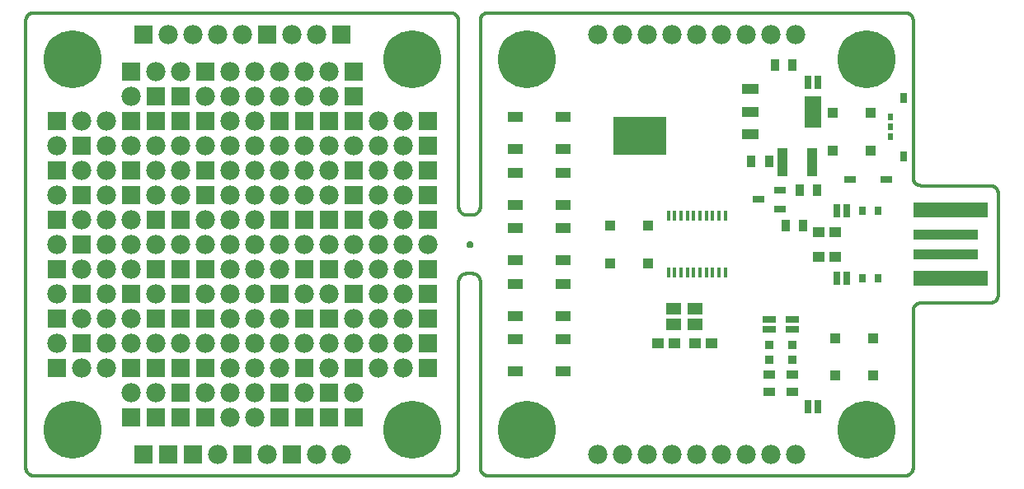
<source format=gts>
G75*
%MOIN*%
%OFA0B0*%
%FSLAX25Y25*%
%IPPOS*%
%LPD*%
%AMOC8*
5,1,8,0,0,1.08239X$1,22.5*
%
%ADD10C,0.01200*%
%ADD11C,0.00000*%
%ADD12C,0.02762*%
%ADD13R,0.21250X0.15625*%
%ADD14R,0.04731X0.04337*%
%ADD15R,0.02762X0.03550*%
%ADD16R,0.05124X0.03156*%
%ADD17R,0.04337X0.11424*%
%ADD18C,0.23400*%
%ADD19R,0.01600X0.04300*%
%ADD20R,0.29928X0.06306*%
%ADD21R,0.25991X0.04337*%
%ADD22C,0.07800*%
%ADD23R,0.06306X0.03943*%
%ADD24R,0.03550X0.03550*%
%ADD25R,0.03550X0.05124*%
%ADD26R,0.05124X0.03550*%
%ADD27R,0.05400X0.02900*%
%ADD28R,0.02900X0.05400*%
%ADD29R,0.03943X0.04337*%
%ADD30R,0.02408X0.02762*%
%ADD31R,0.03156X0.03943*%
%ADD32R,0.06800X0.03900*%
%ADD33R,0.06800X0.12900*%
%ADD34R,0.05000X0.02500*%
%ADD35R,0.05912X0.04731*%
%ADD36R,0.07800X0.07800*%
D10*
X0004800Y0001600D02*
X0173400Y0001600D01*
X0173399Y0001601D02*
X0173517Y0001613D01*
X0173633Y0001630D01*
X0173749Y0001650D01*
X0173865Y0001674D01*
X0173979Y0001702D01*
X0174093Y0001733D01*
X0174205Y0001769D01*
X0174316Y0001808D01*
X0174426Y0001851D01*
X0174534Y0001898D01*
X0174641Y0001948D01*
X0174746Y0002002D01*
X0174849Y0002059D01*
X0174950Y0002119D01*
X0175049Y0002183D01*
X0175146Y0002250D01*
X0175240Y0002321D01*
X0175332Y0002394D01*
X0175422Y0002471D01*
X0175509Y0002550D01*
X0175593Y0002633D01*
X0175675Y0002718D01*
X0175753Y0002806D01*
X0175829Y0002896D01*
X0175901Y0002989D01*
X0175971Y0003084D01*
X0176037Y0003182D01*
X0176100Y0003281D01*
X0176159Y0003383D01*
X0176215Y0003487D01*
X0176268Y0003592D01*
X0176317Y0003699D01*
X0176363Y0003808D01*
X0176404Y0003918D01*
X0176442Y0004030D01*
X0176477Y0004142D01*
X0176507Y0004256D01*
X0176534Y0004371D01*
X0176557Y0004486D01*
X0176576Y0004603D01*
X0176591Y0004720D01*
X0176602Y0004837D01*
X0176609Y0004955D01*
X0176613Y0005072D01*
X0176612Y0005190D01*
X0176608Y0005308D01*
X0176599Y0005425D01*
X0176600Y0005425D02*
X0176600Y0080275D01*
X0176602Y0080387D01*
X0176608Y0080498D01*
X0176618Y0080609D01*
X0176631Y0080720D01*
X0176649Y0080831D01*
X0176670Y0080940D01*
X0176695Y0081049D01*
X0176724Y0081157D01*
X0176757Y0081264D01*
X0176793Y0081369D01*
X0176833Y0081474D01*
X0176877Y0081577D01*
X0176924Y0081678D01*
X0176975Y0081777D01*
X0177029Y0081875D01*
X0177086Y0081971D01*
X0177147Y0082064D01*
X0177211Y0082156D01*
X0177278Y0082245D01*
X0177349Y0082332D01*
X0177422Y0082416D01*
X0177498Y0082498D01*
X0177577Y0082577D01*
X0177659Y0082653D01*
X0177743Y0082726D01*
X0177830Y0082797D01*
X0177919Y0082864D01*
X0178011Y0082928D01*
X0178104Y0082989D01*
X0178200Y0083046D01*
X0178298Y0083100D01*
X0178397Y0083151D01*
X0178498Y0083198D01*
X0178601Y0083242D01*
X0178706Y0083282D01*
X0178811Y0083318D01*
X0178918Y0083351D01*
X0179026Y0083380D01*
X0179135Y0083405D01*
X0179244Y0083426D01*
X0179355Y0083444D01*
X0179466Y0083457D01*
X0179577Y0083467D01*
X0179688Y0083473D01*
X0179800Y0083475D01*
X0182150Y0083475D01*
X0179800Y0083475D02*
X0179725Y0083475D01*
X0182150Y0083475D02*
X0182262Y0083473D01*
X0182373Y0083467D01*
X0182484Y0083457D01*
X0182595Y0083444D01*
X0182706Y0083426D01*
X0182815Y0083405D01*
X0182924Y0083380D01*
X0183032Y0083351D01*
X0183139Y0083318D01*
X0183244Y0083282D01*
X0183349Y0083242D01*
X0183452Y0083198D01*
X0183553Y0083151D01*
X0183652Y0083100D01*
X0183750Y0083046D01*
X0183846Y0082989D01*
X0183939Y0082928D01*
X0184031Y0082864D01*
X0184120Y0082797D01*
X0184207Y0082726D01*
X0184291Y0082653D01*
X0184373Y0082577D01*
X0184452Y0082498D01*
X0184528Y0082416D01*
X0184601Y0082332D01*
X0184672Y0082245D01*
X0184739Y0082156D01*
X0184803Y0082064D01*
X0184864Y0081971D01*
X0184921Y0081875D01*
X0184975Y0081777D01*
X0185026Y0081678D01*
X0185073Y0081577D01*
X0185117Y0081474D01*
X0185157Y0081369D01*
X0185193Y0081264D01*
X0185226Y0081157D01*
X0185255Y0081049D01*
X0185280Y0080940D01*
X0185301Y0080831D01*
X0185319Y0080720D01*
X0185332Y0080609D01*
X0185342Y0080498D01*
X0185348Y0080387D01*
X0185350Y0080275D01*
X0185350Y0004800D01*
X0185352Y0004688D01*
X0185358Y0004577D01*
X0185368Y0004466D01*
X0185381Y0004355D01*
X0185399Y0004244D01*
X0185420Y0004135D01*
X0185445Y0004026D01*
X0185474Y0003918D01*
X0185507Y0003811D01*
X0185543Y0003706D01*
X0185583Y0003601D01*
X0185627Y0003498D01*
X0185674Y0003397D01*
X0185725Y0003298D01*
X0185779Y0003200D01*
X0185836Y0003104D01*
X0185897Y0003011D01*
X0185961Y0002919D01*
X0186028Y0002830D01*
X0186099Y0002743D01*
X0186172Y0002659D01*
X0186248Y0002577D01*
X0186327Y0002498D01*
X0186409Y0002422D01*
X0186493Y0002349D01*
X0186580Y0002278D01*
X0186669Y0002211D01*
X0186761Y0002147D01*
X0186854Y0002086D01*
X0186950Y0002029D01*
X0187048Y0001975D01*
X0187147Y0001924D01*
X0187248Y0001877D01*
X0187351Y0001833D01*
X0187456Y0001793D01*
X0187561Y0001757D01*
X0187668Y0001724D01*
X0187776Y0001695D01*
X0187885Y0001670D01*
X0187994Y0001649D01*
X0188105Y0001631D01*
X0188216Y0001618D01*
X0188327Y0001608D01*
X0188438Y0001602D01*
X0188550Y0001600D01*
X0357150Y0001600D01*
X0357262Y0001602D01*
X0357373Y0001608D01*
X0357484Y0001618D01*
X0357595Y0001631D01*
X0357706Y0001649D01*
X0357815Y0001670D01*
X0357924Y0001695D01*
X0358032Y0001724D01*
X0358139Y0001757D01*
X0358244Y0001793D01*
X0358349Y0001833D01*
X0358452Y0001877D01*
X0358553Y0001924D01*
X0358652Y0001975D01*
X0358750Y0002029D01*
X0358846Y0002086D01*
X0358939Y0002147D01*
X0359031Y0002211D01*
X0359120Y0002278D01*
X0359207Y0002349D01*
X0359291Y0002422D01*
X0359373Y0002498D01*
X0359452Y0002577D01*
X0359528Y0002659D01*
X0359601Y0002743D01*
X0359672Y0002830D01*
X0359739Y0002919D01*
X0359803Y0003011D01*
X0359864Y0003104D01*
X0359921Y0003200D01*
X0359975Y0003298D01*
X0360026Y0003397D01*
X0360073Y0003498D01*
X0360117Y0003601D01*
X0360157Y0003706D01*
X0360193Y0003811D01*
X0360226Y0003918D01*
X0360255Y0004026D01*
X0360280Y0004135D01*
X0360301Y0004244D01*
X0360319Y0004355D01*
X0360332Y0004466D01*
X0360342Y0004577D01*
X0360348Y0004688D01*
X0360350Y0004800D01*
X0360350Y0068400D01*
X0360352Y0068512D01*
X0360358Y0068623D01*
X0360368Y0068734D01*
X0360381Y0068845D01*
X0360399Y0068956D01*
X0360420Y0069065D01*
X0360445Y0069174D01*
X0360474Y0069282D01*
X0360507Y0069389D01*
X0360543Y0069494D01*
X0360583Y0069599D01*
X0360627Y0069702D01*
X0360674Y0069803D01*
X0360725Y0069902D01*
X0360779Y0070000D01*
X0360836Y0070096D01*
X0360897Y0070189D01*
X0360961Y0070281D01*
X0361028Y0070370D01*
X0361099Y0070457D01*
X0361172Y0070541D01*
X0361248Y0070623D01*
X0361327Y0070702D01*
X0361409Y0070778D01*
X0361493Y0070851D01*
X0361580Y0070922D01*
X0361669Y0070989D01*
X0361761Y0071053D01*
X0361854Y0071114D01*
X0361950Y0071171D01*
X0362048Y0071225D01*
X0362147Y0071276D01*
X0362248Y0071323D01*
X0362351Y0071367D01*
X0362456Y0071407D01*
X0362561Y0071443D01*
X0362668Y0071476D01*
X0362776Y0071505D01*
X0362885Y0071530D01*
X0362994Y0071551D01*
X0363105Y0071569D01*
X0363216Y0071582D01*
X0363327Y0071592D01*
X0363438Y0071598D01*
X0363550Y0071600D01*
X0391525Y0071600D01*
X0391637Y0071602D01*
X0391748Y0071608D01*
X0391859Y0071618D01*
X0391970Y0071631D01*
X0392081Y0071649D01*
X0392190Y0071670D01*
X0392299Y0071695D01*
X0392407Y0071724D01*
X0392514Y0071757D01*
X0392619Y0071793D01*
X0392724Y0071833D01*
X0392827Y0071877D01*
X0392928Y0071924D01*
X0393027Y0071975D01*
X0393125Y0072029D01*
X0393221Y0072086D01*
X0393314Y0072147D01*
X0393406Y0072211D01*
X0393495Y0072278D01*
X0393582Y0072349D01*
X0393666Y0072422D01*
X0393748Y0072498D01*
X0393827Y0072577D01*
X0393903Y0072659D01*
X0393976Y0072743D01*
X0394047Y0072830D01*
X0394114Y0072919D01*
X0394178Y0073011D01*
X0394239Y0073104D01*
X0394296Y0073200D01*
X0394350Y0073298D01*
X0394401Y0073397D01*
X0394448Y0073498D01*
X0394492Y0073601D01*
X0394532Y0073706D01*
X0394568Y0073811D01*
X0394601Y0073918D01*
X0394630Y0074026D01*
X0394655Y0074135D01*
X0394676Y0074244D01*
X0394694Y0074355D01*
X0394707Y0074466D01*
X0394717Y0074577D01*
X0394723Y0074688D01*
X0394725Y0074800D01*
X0394725Y0115900D01*
X0394723Y0116012D01*
X0394717Y0116123D01*
X0394707Y0116234D01*
X0394694Y0116345D01*
X0394676Y0116456D01*
X0394655Y0116565D01*
X0394630Y0116674D01*
X0394601Y0116782D01*
X0394568Y0116889D01*
X0394532Y0116994D01*
X0394492Y0117099D01*
X0394448Y0117202D01*
X0394401Y0117303D01*
X0394350Y0117402D01*
X0394296Y0117500D01*
X0394239Y0117596D01*
X0394178Y0117689D01*
X0394114Y0117781D01*
X0394047Y0117870D01*
X0393976Y0117957D01*
X0393903Y0118041D01*
X0393827Y0118123D01*
X0393748Y0118202D01*
X0393666Y0118278D01*
X0393582Y0118351D01*
X0393495Y0118422D01*
X0393406Y0118489D01*
X0393314Y0118553D01*
X0393221Y0118614D01*
X0393125Y0118671D01*
X0393027Y0118725D01*
X0392928Y0118776D01*
X0392827Y0118823D01*
X0392724Y0118867D01*
X0392619Y0118907D01*
X0392514Y0118943D01*
X0392407Y0118976D01*
X0392299Y0119005D01*
X0392190Y0119030D01*
X0392081Y0119051D01*
X0391970Y0119069D01*
X0391859Y0119082D01*
X0391748Y0119092D01*
X0391637Y0119098D01*
X0391525Y0119100D01*
X0363550Y0119100D01*
X0363438Y0119102D01*
X0363327Y0119108D01*
X0363216Y0119118D01*
X0363105Y0119131D01*
X0362994Y0119149D01*
X0362885Y0119170D01*
X0362776Y0119195D01*
X0362668Y0119224D01*
X0362561Y0119257D01*
X0362456Y0119293D01*
X0362351Y0119333D01*
X0362248Y0119377D01*
X0362147Y0119424D01*
X0362048Y0119475D01*
X0361950Y0119529D01*
X0361854Y0119586D01*
X0361761Y0119647D01*
X0361669Y0119711D01*
X0361580Y0119778D01*
X0361493Y0119849D01*
X0361409Y0119922D01*
X0361327Y0119998D01*
X0361248Y0120077D01*
X0361172Y0120159D01*
X0361099Y0120243D01*
X0361028Y0120330D01*
X0360961Y0120419D01*
X0360897Y0120511D01*
X0360836Y0120604D01*
X0360779Y0120700D01*
X0360725Y0120798D01*
X0360674Y0120897D01*
X0360627Y0120998D01*
X0360583Y0121101D01*
X0360543Y0121206D01*
X0360507Y0121311D01*
X0360474Y0121418D01*
X0360445Y0121526D01*
X0360420Y0121635D01*
X0360399Y0121744D01*
X0360381Y0121855D01*
X0360368Y0121966D01*
X0360358Y0122077D01*
X0360352Y0122188D01*
X0360350Y0122300D01*
X0360350Y0185900D01*
X0360348Y0186012D01*
X0360342Y0186123D01*
X0360332Y0186234D01*
X0360319Y0186345D01*
X0360301Y0186456D01*
X0360280Y0186565D01*
X0360255Y0186674D01*
X0360226Y0186782D01*
X0360193Y0186889D01*
X0360157Y0186994D01*
X0360117Y0187099D01*
X0360073Y0187202D01*
X0360026Y0187303D01*
X0359975Y0187402D01*
X0359921Y0187500D01*
X0359864Y0187596D01*
X0359803Y0187689D01*
X0359739Y0187781D01*
X0359672Y0187870D01*
X0359601Y0187957D01*
X0359528Y0188041D01*
X0359452Y0188123D01*
X0359373Y0188202D01*
X0359291Y0188278D01*
X0359207Y0188351D01*
X0359120Y0188422D01*
X0359031Y0188489D01*
X0358939Y0188553D01*
X0358846Y0188614D01*
X0358750Y0188671D01*
X0358652Y0188725D01*
X0358553Y0188776D01*
X0358452Y0188823D01*
X0358349Y0188867D01*
X0358244Y0188907D01*
X0358139Y0188943D01*
X0358032Y0188976D01*
X0357924Y0189005D01*
X0357815Y0189030D01*
X0357706Y0189051D01*
X0357595Y0189069D01*
X0357484Y0189082D01*
X0357373Y0189092D01*
X0357262Y0189098D01*
X0357150Y0189100D01*
X0188550Y0189100D01*
X0188438Y0189098D01*
X0188327Y0189092D01*
X0188216Y0189082D01*
X0188105Y0189069D01*
X0187994Y0189051D01*
X0187885Y0189030D01*
X0187776Y0189005D01*
X0187668Y0188976D01*
X0187561Y0188943D01*
X0187456Y0188907D01*
X0187351Y0188867D01*
X0187248Y0188823D01*
X0187147Y0188776D01*
X0187048Y0188725D01*
X0186950Y0188671D01*
X0186854Y0188614D01*
X0186761Y0188553D01*
X0186669Y0188489D01*
X0186580Y0188422D01*
X0186493Y0188351D01*
X0186409Y0188278D01*
X0186327Y0188202D01*
X0186248Y0188123D01*
X0186172Y0188041D01*
X0186099Y0187957D01*
X0186028Y0187870D01*
X0185961Y0187781D01*
X0185897Y0187689D01*
X0185836Y0187596D01*
X0185779Y0187500D01*
X0185725Y0187402D01*
X0185674Y0187303D01*
X0185627Y0187202D01*
X0185583Y0187099D01*
X0185543Y0186994D01*
X0185507Y0186889D01*
X0185474Y0186782D01*
X0185445Y0186674D01*
X0185420Y0186565D01*
X0185399Y0186456D01*
X0185381Y0186345D01*
X0185368Y0186234D01*
X0185358Y0186123D01*
X0185352Y0186012D01*
X0185350Y0185900D01*
X0185350Y0110425D01*
X0185348Y0110313D01*
X0185342Y0110202D01*
X0185332Y0110091D01*
X0185319Y0109980D01*
X0185301Y0109869D01*
X0185280Y0109760D01*
X0185255Y0109651D01*
X0185226Y0109543D01*
X0185193Y0109436D01*
X0185157Y0109331D01*
X0185117Y0109226D01*
X0185073Y0109123D01*
X0185026Y0109022D01*
X0184975Y0108923D01*
X0184921Y0108825D01*
X0184864Y0108729D01*
X0184803Y0108636D01*
X0184739Y0108544D01*
X0184672Y0108455D01*
X0184601Y0108368D01*
X0184528Y0108284D01*
X0184452Y0108202D01*
X0184373Y0108123D01*
X0184291Y0108047D01*
X0184207Y0107974D01*
X0184120Y0107903D01*
X0184031Y0107836D01*
X0183939Y0107772D01*
X0183846Y0107711D01*
X0183750Y0107654D01*
X0183652Y0107600D01*
X0183553Y0107549D01*
X0183452Y0107502D01*
X0183349Y0107458D01*
X0183244Y0107418D01*
X0183139Y0107382D01*
X0183032Y0107349D01*
X0182924Y0107320D01*
X0182815Y0107295D01*
X0182706Y0107274D01*
X0182595Y0107256D01*
X0182484Y0107243D01*
X0182373Y0107233D01*
X0182262Y0107227D01*
X0182150Y0107225D01*
X0179800Y0107225D01*
X0179688Y0107227D01*
X0179577Y0107233D01*
X0179466Y0107243D01*
X0179355Y0107256D01*
X0179244Y0107274D01*
X0179135Y0107295D01*
X0179026Y0107320D01*
X0178918Y0107349D01*
X0178811Y0107382D01*
X0178706Y0107418D01*
X0178601Y0107458D01*
X0178498Y0107502D01*
X0178397Y0107549D01*
X0178298Y0107600D01*
X0178200Y0107654D01*
X0178104Y0107711D01*
X0178011Y0107772D01*
X0177919Y0107836D01*
X0177830Y0107903D01*
X0177743Y0107974D01*
X0177659Y0108047D01*
X0177577Y0108123D01*
X0177498Y0108202D01*
X0177422Y0108284D01*
X0177349Y0108368D01*
X0177278Y0108455D01*
X0177211Y0108544D01*
X0177147Y0108636D01*
X0177086Y0108729D01*
X0177029Y0108825D01*
X0176975Y0108923D01*
X0176924Y0109022D01*
X0176877Y0109123D01*
X0176833Y0109226D01*
X0176793Y0109331D01*
X0176757Y0109436D01*
X0176724Y0109543D01*
X0176695Y0109651D01*
X0176670Y0109760D01*
X0176649Y0109869D01*
X0176631Y0109980D01*
X0176618Y0110091D01*
X0176608Y0110202D01*
X0176602Y0110313D01*
X0176600Y0110425D01*
X0176600Y0185275D01*
X0176599Y0185275D02*
X0176608Y0185392D01*
X0176612Y0185510D01*
X0176613Y0185628D01*
X0176609Y0185745D01*
X0176602Y0185863D01*
X0176591Y0185980D01*
X0176576Y0186097D01*
X0176557Y0186214D01*
X0176534Y0186329D01*
X0176507Y0186444D01*
X0176477Y0186558D01*
X0176442Y0186670D01*
X0176404Y0186782D01*
X0176363Y0186892D01*
X0176317Y0187001D01*
X0176268Y0187108D01*
X0176215Y0187213D01*
X0176159Y0187317D01*
X0176100Y0187419D01*
X0176037Y0187518D01*
X0175971Y0187616D01*
X0175901Y0187711D01*
X0175829Y0187804D01*
X0175753Y0187894D01*
X0175675Y0187982D01*
X0175593Y0188067D01*
X0175509Y0188150D01*
X0175422Y0188229D01*
X0175332Y0188306D01*
X0175240Y0188379D01*
X0175146Y0188450D01*
X0175049Y0188517D01*
X0174950Y0188581D01*
X0174849Y0188641D01*
X0174746Y0188698D01*
X0174641Y0188752D01*
X0174534Y0188802D01*
X0174426Y0188849D01*
X0174316Y0188892D01*
X0174205Y0188931D01*
X0174093Y0188967D01*
X0173979Y0188998D01*
X0173865Y0189026D01*
X0173749Y0189050D01*
X0173633Y0189070D01*
X0173517Y0189087D01*
X0173399Y0189099D01*
X0173400Y0189100D02*
X0009800Y0189100D01*
X0009725Y0189100D02*
X0004800Y0189100D01*
X0004688Y0189098D01*
X0004577Y0189092D01*
X0004466Y0189082D01*
X0004355Y0189069D01*
X0004244Y0189051D01*
X0004135Y0189030D01*
X0004026Y0189005D01*
X0003918Y0188976D01*
X0003811Y0188943D01*
X0003706Y0188907D01*
X0003601Y0188867D01*
X0003498Y0188823D01*
X0003397Y0188776D01*
X0003298Y0188725D01*
X0003200Y0188671D01*
X0003104Y0188614D01*
X0003011Y0188553D01*
X0002919Y0188489D01*
X0002830Y0188422D01*
X0002743Y0188351D01*
X0002659Y0188278D01*
X0002577Y0188202D01*
X0002498Y0188123D01*
X0002422Y0188041D01*
X0002349Y0187957D01*
X0002278Y0187870D01*
X0002211Y0187781D01*
X0002147Y0187689D01*
X0002086Y0187596D01*
X0002029Y0187500D01*
X0001975Y0187402D01*
X0001924Y0187303D01*
X0001877Y0187202D01*
X0001833Y0187099D01*
X0001793Y0186994D01*
X0001757Y0186889D01*
X0001724Y0186782D01*
X0001695Y0186674D01*
X0001670Y0186565D01*
X0001649Y0186456D01*
X0001631Y0186345D01*
X0001618Y0186234D01*
X0001608Y0186123D01*
X0001602Y0186012D01*
X0001600Y0185900D01*
X0001600Y0004800D01*
X0001602Y0004688D01*
X0001608Y0004577D01*
X0001618Y0004466D01*
X0001631Y0004355D01*
X0001649Y0004244D01*
X0001670Y0004135D01*
X0001695Y0004026D01*
X0001724Y0003918D01*
X0001757Y0003811D01*
X0001793Y0003706D01*
X0001833Y0003601D01*
X0001877Y0003498D01*
X0001924Y0003397D01*
X0001975Y0003298D01*
X0002029Y0003200D01*
X0002086Y0003104D01*
X0002147Y0003011D01*
X0002211Y0002919D01*
X0002278Y0002830D01*
X0002349Y0002743D01*
X0002422Y0002659D01*
X0002498Y0002577D01*
X0002577Y0002498D01*
X0002659Y0002422D01*
X0002743Y0002349D01*
X0002830Y0002278D01*
X0002919Y0002211D01*
X0003011Y0002147D01*
X0003104Y0002086D01*
X0003200Y0002029D01*
X0003298Y0001975D01*
X0003397Y0001924D01*
X0003498Y0001877D01*
X0003601Y0001833D01*
X0003706Y0001793D01*
X0003811Y0001757D01*
X0003918Y0001724D01*
X0004026Y0001695D01*
X0004135Y0001670D01*
X0004244Y0001649D01*
X0004355Y0001631D01*
X0004466Y0001618D01*
X0004577Y0001608D01*
X0004688Y0001602D01*
X0004800Y0001600D01*
D11*
X0179794Y0095350D02*
X0179796Y0095419D01*
X0179802Y0095487D01*
X0179812Y0095555D01*
X0179826Y0095622D01*
X0179844Y0095689D01*
X0179865Y0095754D01*
X0179891Y0095818D01*
X0179920Y0095880D01*
X0179952Y0095940D01*
X0179988Y0095999D01*
X0180028Y0096055D01*
X0180070Y0096109D01*
X0180116Y0096160D01*
X0180165Y0096209D01*
X0180216Y0096255D01*
X0180270Y0096297D01*
X0180326Y0096337D01*
X0180384Y0096373D01*
X0180445Y0096405D01*
X0180507Y0096434D01*
X0180571Y0096460D01*
X0180636Y0096481D01*
X0180703Y0096499D01*
X0180770Y0096513D01*
X0180838Y0096523D01*
X0180906Y0096529D01*
X0180975Y0096531D01*
X0181044Y0096529D01*
X0181112Y0096523D01*
X0181180Y0096513D01*
X0181247Y0096499D01*
X0181314Y0096481D01*
X0181379Y0096460D01*
X0181443Y0096434D01*
X0181505Y0096405D01*
X0181565Y0096373D01*
X0181624Y0096337D01*
X0181680Y0096297D01*
X0181734Y0096255D01*
X0181785Y0096209D01*
X0181834Y0096160D01*
X0181880Y0096109D01*
X0181922Y0096055D01*
X0181962Y0095999D01*
X0181998Y0095940D01*
X0182030Y0095880D01*
X0182059Y0095818D01*
X0182085Y0095754D01*
X0182106Y0095689D01*
X0182124Y0095622D01*
X0182138Y0095555D01*
X0182148Y0095487D01*
X0182154Y0095419D01*
X0182156Y0095350D01*
X0182154Y0095281D01*
X0182148Y0095213D01*
X0182138Y0095145D01*
X0182124Y0095078D01*
X0182106Y0095011D01*
X0182085Y0094946D01*
X0182059Y0094882D01*
X0182030Y0094820D01*
X0181998Y0094759D01*
X0181962Y0094701D01*
X0181922Y0094645D01*
X0181880Y0094591D01*
X0181834Y0094540D01*
X0181785Y0094491D01*
X0181734Y0094445D01*
X0181680Y0094403D01*
X0181624Y0094363D01*
X0181566Y0094327D01*
X0181505Y0094295D01*
X0181443Y0094266D01*
X0181379Y0094240D01*
X0181314Y0094219D01*
X0181247Y0094201D01*
X0181180Y0094187D01*
X0181112Y0094177D01*
X0181044Y0094171D01*
X0180975Y0094169D01*
X0180906Y0094171D01*
X0180838Y0094177D01*
X0180770Y0094187D01*
X0180703Y0094201D01*
X0180636Y0094219D01*
X0180571Y0094240D01*
X0180507Y0094266D01*
X0180445Y0094295D01*
X0180384Y0094327D01*
X0180326Y0094363D01*
X0180270Y0094403D01*
X0180216Y0094445D01*
X0180165Y0094491D01*
X0180116Y0094540D01*
X0180070Y0094591D01*
X0180028Y0094645D01*
X0179988Y0094701D01*
X0179952Y0094759D01*
X0179920Y0094820D01*
X0179891Y0094882D01*
X0179865Y0094946D01*
X0179844Y0095011D01*
X0179826Y0095078D01*
X0179812Y0095145D01*
X0179802Y0095213D01*
X0179796Y0095281D01*
X0179794Y0095350D01*
D12*
X0180975Y0095350D03*
D13*
X0249725Y0139413D03*
D14*
X0322004Y0100350D03*
X0328696Y0100350D03*
X0328696Y0090350D03*
X0322004Y0090350D03*
X0278696Y0055350D03*
X0272004Y0055350D03*
X0263696Y0055350D03*
X0257004Y0055350D03*
D15*
X0339700Y0081600D03*
X0346000Y0081600D03*
X0346000Y0109100D03*
X0339700Y0109100D03*
D16*
X0334942Y0121600D03*
X0349508Y0121600D03*
D17*
X0319381Y0128475D03*
X0307569Y0128475D03*
D18*
X0341600Y0170350D03*
X0204100Y0170350D03*
X0157850Y0170350D03*
X0020350Y0170350D03*
X0020350Y0020350D03*
X0157850Y0020350D03*
X0204100Y0020350D03*
X0341600Y0020350D03*
D19*
X0284366Y0083863D03*
X0281807Y0083863D03*
X0279248Y0083863D03*
X0276689Y0083863D03*
X0274130Y0083863D03*
X0271570Y0083863D03*
X0269011Y0083863D03*
X0266452Y0083863D03*
X0263893Y0083863D03*
X0261334Y0083863D03*
X0261334Y0106837D03*
X0263893Y0106837D03*
X0266452Y0106837D03*
X0269011Y0106837D03*
X0271570Y0106837D03*
X0274130Y0106837D03*
X0276689Y0106837D03*
X0279248Y0106837D03*
X0281807Y0106837D03*
X0284366Y0106837D03*
D20*
X0375512Y0109130D03*
X0375512Y0081570D03*
D21*
X0373544Y0091413D03*
X0373544Y0099287D03*
D22*
X0312850Y0180350D03*
X0302850Y0180350D03*
X0292850Y0180350D03*
X0282850Y0180350D03*
X0272850Y0180350D03*
X0262850Y0180350D03*
X0252850Y0180350D03*
X0242850Y0180350D03*
X0232850Y0180350D03*
X0154100Y0145350D03*
X0144100Y0145350D03*
X0124100Y0155350D03*
X0114100Y0155350D03*
X0104100Y0155350D03*
X0094100Y0155350D03*
X0084100Y0155350D03*
X0074100Y0155350D03*
X0064100Y0165350D03*
X0054100Y0165350D03*
X0044100Y0155350D03*
X0034100Y0145350D03*
X0024100Y0145350D03*
X0014100Y0135350D03*
X0024100Y0125350D03*
X0034100Y0125350D03*
X0034100Y0115350D03*
X0034100Y0105350D03*
X0024100Y0105350D03*
X0014100Y0095350D03*
X0034100Y0095350D03*
X0044100Y0095350D03*
X0054100Y0095350D03*
X0064100Y0095350D03*
X0074100Y0095350D03*
X0084100Y0095350D03*
X0094100Y0095350D03*
X0104100Y0095350D03*
X0114100Y0095350D03*
X0124100Y0095350D03*
X0134100Y0095350D03*
X0144100Y0095350D03*
X0154100Y0095350D03*
X0164100Y0095350D03*
X0154100Y0105350D03*
X0144100Y0105350D03*
X0144100Y0115350D03*
X0154100Y0115350D03*
X0154100Y0125350D03*
X0144100Y0125350D03*
X0144100Y0135350D03*
X0154100Y0135350D03*
X0134100Y0135350D03*
X0124100Y0135350D03*
X0114100Y0135350D03*
X0104100Y0135350D03*
X0094100Y0135350D03*
X0084100Y0135350D03*
X0074100Y0135350D03*
X0064100Y0135350D03*
X0054100Y0135350D03*
X0044100Y0135350D03*
X0034100Y0135350D03*
X0054100Y0125350D03*
X0064100Y0125350D03*
X0064100Y0115350D03*
X0054100Y0115350D03*
X0044100Y0105350D03*
X0074100Y0105350D03*
X0084100Y0105350D03*
X0094100Y0105350D03*
X0094100Y0115350D03*
X0084100Y0115350D03*
X0084100Y0125350D03*
X0094100Y0125350D03*
X0104100Y0125350D03*
X0114100Y0125350D03*
X0124100Y0125350D03*
X0124100Y0115350D03*
X0114100Y0115350D03*
X0104100Y0115350D03*
X0104100Y0085350D03*
X0094100Y0085350D03*
X0084100Y0085350D03*
X0084100Y0075350D03*
X0094100Y0075350D03*
X0094100Y0065350D03*
X0084100Y0065350D03*
X0084100Y0055350D03*
X0094100Y0055350D03*
X0104100Y0055350D03*
X0114100Y0055350D03*
X0124100Y0055350D03*
X0134100Y0055350D03*
X0144100Y0055350D03*
X0154100Y0055350D03*
X0154100Y0065350D03*
X0144100Y0065350D03*
X0134100Y0065350D03*
X0124100Y0075350D03*
X0114100Y0075350D03*
X0104100Y0065350D03*
X0074100Y0055350D03*
X0064100Y0055350D03*
X0054100Y0055350D03*
X0044100Y0055350D03*
X0034100Y0055350D03*
X0034100Y0065350D03*
X0024100Y0065350D03*
X0014100Y0055350D03*
X0024100Y0045350D03*
X0034100Y0045350D03*
X0044100Y0035350D03*
X0054100Y0035350D03*
X0074100Y0035350D03*
X0084100Y0035350D03*
X0094100Y0035350D03*
X0094100Y0025350D03*
X0084100Y0025350D03*
X0114100Y0035350D03*
X0104100Y0045350D03*
X0094100Y0045350D03*
X0084100Y0045350D03*
X0124100Y0045350D03*
X0134100Y0035350D03*
X0144100Y0045350D03*
X0154100Y0045350D03*
X0154100Y0075350D03*
X0144100Y0075350D03*
X0144100Y0085350D03*
X0154100Y0085350D03*
X0134100Y0085350D03*
X0074100Y0075350D03*
X0054100Y0075350D03*
X0044100Y0065350D03*
X0034100Y0075350D03*
X0034100Y0085350D03*
X0024100Y0085350D03*
X0014100Y0075350D03*
X0044100Y0085350D03*
X0014100Y0115350D03*
X0084100Y0145350D03*
X0094100Y0145350D03*
X0094100Y0165350D03*
X0084100Y0165350D03*
X0104100Y0165350D03*
X0114100Y0165350D03*
X0124100Y0165350D03*
X0119100Y0180350D03*
X0109100Y0180350D03*
X0089100Y0180350D03*
X0079100Y0180350D03*
X0069100Y0180350D03*
X0059100Y0180350D03*
X0079100Y0010350D03*
X0099100Y0010350D03*
X0119100Y0010350D03*
X0129100Y0010350D03*
X0232850Y0010350D03*
X0242850Y0010350D03*
X0252850Y0010350D03*
X0262850Y0010350D03*
X0272850Y0010350D03*
X0282850Y0010350D03*
X0292850Y0010350D03*
X0302850Y0010350D03*
X0312850Y0010350D03*
D23*
X0218746Y0043854D03*
X0199454Y0043854D03*
X0199454Y0056846D03*
X0199454Y0066354D03*
X0218746Y0066354D03*
X0218746Y0056846D03*
X0218746Y0079346D03*
X0218746Y0088854D03*
X0199454Y0088854D03*
X0199454Y0079346D03*
X0199454Y0101846D03*
X0199454Y0111354D03*
X0218746Y0111354D03*
X0218746Y0101846D03*
X0218746Y0124346D03*
X0218746Y0133854D03*
X0199454Y0133854D03*
X0199454Y0124346D03*
X0199454Y0146846D03*
X0218746Y0146846D03*
D24*
X0302225Y0054553D03*
X0311600Y0054553D03*
X0311600Y0048647D03*
X0302225Y0048647D03*
D25*
X0308682Y0102850D03*
X0315768Y0102850D03*
X0314307Y0117225D03*
X0321393Y0117225D03*
X0302018Y0129100D03*
X0294932Y0129100D03*
X0304307Y0167850D03*
X0311393Y0167850D03*
D26*
X0311600Y0042643D03*
X0302225Y0042643D03*
X0302225Y0035557D03*
X0311600Y0035557D03*
D27*
X0311600Y0060850D03*
X0302225Y0060850D03*
X0302225Y0064850D03*
X0311600Y0064850D03*
D28*
X0329600Y0081600D03*
X0333600Y0081600D03*
X0333600Y0109100D03*
X0329600Y0109100D03*
X0321725Y0160975D03*
X0317725Y0160975D03*
X0317725Y0029725D03*
X0321725Y0029725D03*
D29*
X0328923Y0042146D03*
X0344277Y0042146D03*
X0344277Y0057304D03*
X0328923Y0057304D03*
X0253027Y0087771D03*
X0237673Y0087771D03*
X0237673Y0102929D03*
X0253027Y0102929D03*
X0327673Y0133396D03*
X0343027Y0133396D03*
X0343027Y0148554D03*
X0327673Y0148554D03*
D30*
X0351246Y0146787D03*
X0351246Y0142850D03*
X0351246Y0138913D03*
D31*
X0356600Y0131039D03*
X0356600Y0154661D03*
D32*
X0294625Y0158200D03*
X0294625Y0149100D03*
X0294625Y0140000D03*
D33*
X0319825Y0149100D03*
D34*
X0306525Y0117175D03*
X0297925Y0113475D03*
X0306525Y0109775D03*
D35*
X0272181Y0069125D03*
X0263519Y0069125D03*
X0263519Y0062825D03*
X0272181Y0062825D03*
D36*
X0164100Y0065350D03*
X0164100Y0055350D03*
X0164100Y0045350D03*
X0134100Y0045350D03*
X0124100Y0035350D03*
X0124100Y0025350D03*
X0134100Y0025350D03*
X0114100Y0025350D03*
X0104100Y0025350D03*
X0104100Y0035350D03*
X0114100Y0045350D03*
X0074100Y0045350D03*
X0064100Y0045350D03*
X0054100Y0045350D03*
X0044100Y0045350D03*
X0064100Y0035350D03*
X0064100Y0025350D03*
X0074100Y0025350D03*
X0054100Y0025350D03*
X0044100Y0025350D03*
X0049100Y0010350D03*
X0059100Y0010350D03*
X0069100Y0010350D03*
X0089100Y0010350D03*
X0109100Y0010350D03*
X0024100Y0055350D03*
X0014100Y0065350D03*
X0024100Y0075350D03*
X0014100Y0085350D03*
X0024100Y0095350D03*
X0014100Y0105350D03*
X0024100Y0115350D03*
X0014100Y0125350D03*
X0024100Y0135350D03*
X0044100Y0125350D03*
X0044100Y0115350D03*
X0054100Y0105350D03*
X0064100Y0105350D03*
X0074100Y0115350D03*
X0074100Y0125350D03*
X0104100Y0105350D03*
X0114100Y0105350D03*
X0124100Y0105350D03*
X0134100Y0105350D03*
X0134100Y0115350D03*
X0134100Y0125350D03*
X0164100Y0125350D03*
X0164100Y0115350D03*
X0164100Y0105350D03*
X0164100Y0085350D03*
X0164100Y0075350D03*
X0134100Y0075350D03*
X0124100Y0065350D03*
X0114100Y0065350D03*
X0104100Y0075350D03*
X0114100Y0085350D03*
X0124100Y0085350D03*
X0074100Y0085350D03*
X0064100Y0085350D03*
X0054100Y0085350D03*
X0044100Y0075350D03*
X0054100Y0065350D03*
X0064100Y0065350D03*
X0074100Y0065350D03*
X0064100Y0075350D03*
X0014100Y0045350D03*
X0164100Y0135350D03*
X0164100Y0145350D03*
X0134100Y0145350D03*
X0124100Y0145350D03*
X0114100Y0145350D03*
X0104100Y0145350D03*
X0134100Y0155350D03*
X0134100Y0165350D03*
X0129100Y0180350D03*
X0099100Y0180350D03*
X0074100Y0165350D03*
X0064100Y0155350D03*
X0054100Y0155350D03*
X0054100Y0145350D03*
X0044100Y0145350D03*
X0064100Y0145350D03*
X0074100Y0145350D03*
X0044100Y0165350D03*
X0049100Y0180350D03*
X0014100Y0145350D03*
M02*

</source>
